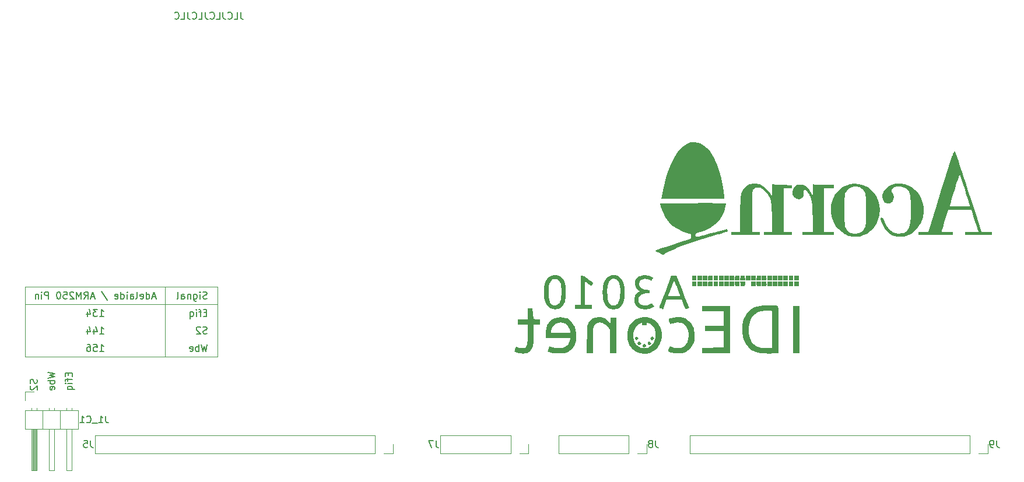
<source format=gbr>
G04 #@! TF.GenerationSoftware,KiCad,Pcbnew,(6.0.7)*
G04 #@! TF.CreationDate,2022-11-13T23:20:38+00:00*
G04 #@! TF.ProjectId,A3010PoduleCarrier,41333031-3050-46f6-9475-6c6543617272,01a*
G04 #@! TF.SameCoordinates,Original*
G04 #@! TF.FileFunction,Legend,Bot*
G04 #@! TF.FilePolarity,Positive*
%FSLAX46Y46*%
G04 Gerber Fmt 4.6, Leading zero omitted, Abs format (unit mm)*
G04 Created by KiCad (PCBNEW (6.0.7)) date 2022-11-13 23:20:38*
%MOMM*%
%LPD*%
G01*
G04 APERTURE LIST*
%ADD10C,0.120000*%
%ADD11C,0.150000*%
G04 APERTURE END LIST*
D10*
X74536000Y-104005000D02*
X102476000Y-104005000D01*
X102476000Y-104005000D02*
X102476000Y-93845000D01*
X102476000Y-93845000D02*
X74536000Y-93845000D01*
X74536000Y-93845000D02*
X74536000Y-104005000D01*
X94856000Y-104005000D02*
X94856000Y-93845000D01*
X74536000Y-96385000D02*
X102476000Y-96385000D01*
D11*
X105825047Y-53927380D02*
X105825047Y-54641666D01*
X105872666Y-54784523D01*
X105967904Y-54879761D01*
X106110761Y-54927380D01*
X106206000Y-54927380D01*
X104872666Y-54927380D02*
X105348857Y-54927380D01*
X105348857Y-53927380D01*
X103967904Y-54832142D02*
X104015523Y-54879761D01*
X104158380Y-54927380D01*
X104253619Y-54927380D01*
X104396476Y-54879761D01*
X104491714Y-54784523D01*
X104539333Y-54689285D01*
X104586952Y-54498809D01*
X104586952Y-54355952D01*
X104539333Y-54165476D01*
X104491714Y-54070238D01*
X104396476Y-53975000D01*
X104253619Y-53927380D01*
X104158380Y-53927380D01*
X104015523Y-53975000D01*
X103967904Y-54022619D01*
X103253619Y-53927380D02*
X103253619Y-54641666D01*
X103301238Y-54784523D01*
X103396476Y-54879761D01*
X103539333Y-54927380D01*
X103634571Y-54927380D01*
X102301238Y-54927380D02*
X102777428Y-54927380D01*
X102777428Y-53927380D01*
X101396476Y-54832142D02*
X101444095Y-54879761D01*
X101586952Y-54927380D01*
X101682190Y-54927380D01*
X101825047Y-54879761D01*
X101920285Y-54784523D01*
X101967904Y-54689285D01*
X102015523Y-54498809D01*
X102015523Y-54355952D01*
X101967904Y-54165476D01*
X101920285Y-54070238D01*
X101825047Y-53975000D01*
X101682190Y-53927380D01*
X101586952Y-53927380D01*
X101444095Y-53975000D01*
X101396476Y-54022619D01*
X100682190Y-53927380D02*
X100682190Y-54641666D01*
X100729809Y-54784523D01*
X100825047Y-54879761D01*
X100967904Y-54927380D01*
X101063142Y-54927380D01*
X99729809Y-54927380D02*
X100206000Y-54927380D01*
X100206000Y-53927380D01*
X98825047Y-54832142D02*
X98872666Y-54879761D01*
X99015523Y-54927380D01*
X99110761Y-54927380D01*
X99253619Y-54879761D01*
X99348857Y-54784523D01*
X99396476Y-54689285D01*
X99444095Y-54498809D01*
X99444095Y-54355952D01*
X99396476Y-54165476D01*
X99348857Y-54070238D01*
X99253619Y-53975000D01*
X99110761Y-53927380D01*
X99015523Y-53927380D01*
X98872666Y-53975000D01*
X98825047Y-54022619D01*
X98110761Y-53927380D02*
X98110761Y-54641666D01*
X98158380Y-54784523D01*
X98253619Y-54879761D01*
X98396476Y-54927380D01*
X98491714Y-54927380D01*
X97158380Y-54927380D02*
X97634571Y-54927380D01*
X97634571Y-53927380D01*
X96253619Y-54832142D02*
X96301238Y-54879761D01*
X96444095Y-54927380D01*
X96539333Y-54927380D01*
X96682190Y-54879761D01*
X96777428Y-54784523D01*
X96825047Y-54689285D01*
X96872666Y-54498809D01*
X96872666Y-54355952D01*
X96825047Y-54165476D01*
X96777428Y-54070238D01*
X96682190Y-53975000D01*
X96539333Y-53927380D01*
X96444095Y-53927380D01*
X96301238Y-53975000D01*
X96253619Y-54022619D01*
X85362666Y-103187380D02*
X85934095Y-103187380D01*
X85648380Y-103187380D02*
X85648380Y-102187380D01*
X85743619Y-102330238D01*
X85838857Y-102425476D01*
X85934095Y-102473095D01*
X84457904Y-102187380D02*
X84934095Y-102187380D01*
X84981714Y-102663571D01*
X84934095Y-102615952D01*
X84838857Y-102568333D01*
X84600761Y-102568333D01*
X84505523Y-102615952D01*
X84457904Y-102663571D01*
X84410285Y-102758809D01*
X84410285Y-102996904D01*
X84457904Y-103092142D01*
X84505523Y-103139761D01*
X84600761Y-103187380D01*
X84838857Y-103187380D01*
X84934095Y-103139761D01*
X84981714Y-103092142D01*
X83553142Y-102187380D02*
X83743619Y-102187380D01*
X83838857Y-102235000D01*
X83886476Y-102282619D01*
X83981714Y-102425476D01*
X84029333Y-102615952D01*
X84029333Y-102996904D01*
X83981714Y-103092142D01*
X83934095Y-103139761D01*
X83838857Y-103187380D01*
X83648380Y-103187380D01*
X83553142Y-103139761D01*
X83505523Y-103092142D01*
X83457904Y-102996904D01*
X83457904Y-102758809D01*
X83505523Y-102663571D01*
X83553142Y-102615952D01*
X83648380Y-102568333D01*
X83838857Y-102568333D01*
X83934095Y-102615952D01*
X83981714Y-102663571D01*
X84029333Y-102758809D01*
X93434095Y-95281666D02*
X92957904Y-95281666D01*
X93529333Y-95567380D02*
X93196000Y-94567380D01*
X92862666Y-95567380D01*
X92100761Y-95567380D02*
X92100761Y-94567380D01*
X92100761Y-95519761D02*
X92196000Y-95567380D01*
X92386476Y-95567380D01*
X92481714Y-95519761D01*
X92529333Y-95472142D01*
X92576952Y-95376904D01*
X92576952Y-95091190D01*
X92529333Y-94995952D01*
X92481714Y-94948333D01*
X92386476Y-94900714D01*
X92196000Y-94900714D01*
X92100761Y-94948333D01*
X91243619Y-95519761D02*
X91338857Y-95567380D01*
X91529333Y-95567380D01*
X91624571Y-95519761D01*
X91672190Y-95424523D01*
X91672190Y-95043571D01*
X91624571Y-94948333D01*
X91529333Y-94900714D01*
X91338857Y-94900714D01*
X91243619Y-94948333D01*
X91196000Y-95043571D01*
X91196000Y-95138809D01*
X91672190Y-95234047D01*
X90624571Y-95567380D02*
X90719809Y-95519761D01*
X90767428Y-95424523D01*
X90767428Y-94567380D01*
X89815047Y-95567380D02*
X89815047Y-95043571D01*
X89862666Y-94948333D01*
X89957904Y-94900714D01*
X90148380Y-94900714D01*
X90243619Y-94948333D01*
X89815047Y-95519761D02*
X89910285Y-95567380D01*
X90148380Y-95567380D01*
X90243619Y-95519761D01*
X90291238Y-95424523D01*
X90291238Y-95329285D01*
X90243619Y-95234047D01*
X90148380Y-95186428D01*
X89910285Y-95186428D01*
X89815047Y-95138809D01*
X89338857Y-95567380D02*
X89338857Y-94900714D01*
X89338857Y-94567380D02*
X89386476Y-94615000D01*
X89338857Y-94662619D01*
X89291238Y-94615000D01*
X89338857Y-94567380D01*
X89338857Y-94662619D01*
X88434095Y-95567380D02*
X88434095Y-94567380D01*
X88434095Y-95519761D02*
X88529333Y-95567380D01*
X88719809Y-95567380D01*
X88815047Y-95519761D01*
X88862666Y-95472142D01*
X88910285Y-95376904D01*
X88910285Y-95091190D01*
X88862666Y-94995952D01*
X88815047Y-94948333D01*
X88719809Y-94900714D01*
X88529333Y-94900714D01*
X88434095Y-94948333D01*
X87576952Y-95519761D02*
X87672190Y-95567380D01*
X87862666Y-95567380D01*
X87957904Y-95519761D01*
X88005523Y-95424523D01*
X88005523Y-95043571D01*
X87957904Y-94948333D01*
X87862666Y-94900714D01*
X87672190Y-94900714D01*
X87576952Y-94948333D01*
X87529333Y-95043571D01*
X87529333Y-95138809D01*
X88005523Y-95234047D01*
X85624571Y-94519761D02*
X86481714Y-95805476D01*
X84576952Y-95281666D02*
X84100761Y-95281666D01*
X84672190Y-95567380D02*
X84338857Y-94567380D01*
X84005523Y-95567380D01*
X83100761Y-95567380D02*
X83434095Y-95091190D01*
X83672190Y-95567380D02*
X83672190Y-94567380D01*
X83291238Y-94567380D01*
X83196000Y-94615000D01*
X83148380Y-94662619D01*
X83100761Y-94757857D01*
X83100761Y-94900714D01*
X83148380Y-94995952D01*
X83196000Y-95043571D01*
X83291238Y-95091190D01*
X83672190Y-95091190D01*
X82672190Y-95567380D02*
X82672190Y-94567380D01*
X82338857Y-95281666D01*
X82005523Y-94567380D01*
X82005523Y-95567380D01*
X81576952Y-94662619D02*
X81529333Y-94615000D01*
X81434095Y-94567380D01*
X81196000Y-94567380D01*
X81100761Y-94615000D01*
X81053142Y-94662619D01*
X81005523Y-94757857D01*
X81005523Y-94853095D01*
X81053142Y-94995952D01*
X81624571Y-95567380D01*
X81005523Y-95567380D01*
X80100761Y-94567380D02*
X80576952Y-94567380D01*
X80624571Y-95043571D01*
X80576952Y-94995952D01*
X80481714Y-94948333D01*
X80243619Y-94948333D01*
X80148380Y-94995952D01*
X80100761Y-95043571D01*
X80053142Y-95138809D01*
X80053142Y-95376904D01*
X80100761Y-95472142D01*
X80148380Y-95519761D01*
X80243619Y-95567380D01*
X80481714Y-95567380D01*
X80576952Y-95519761D01*
X80624571Y-95472142D01*
X79434095Y-94567380D02*
X79338857Y-94567380D01*
X79243619Y-94615000D01*
X79196000Y-94662619D01*
X79148380Y-94757857D01*
X79100761Y-94948333D01*
X79100761Y-95186428D01*
X79148380Y-95376904D01*
X79196000Y-95472142D01*
X79243619Y-95519761D01*
X79338857Y-95567380D01*
X79434095Y-95567380D01*
X79529333Y-95519761D01*
X79576952Y-95472142D01*
X79624571Y-95376904D01*
X79672190Y-95186428D01*
X79672190Y-94948333D01*
X79624571Y-94757857D01*
X79576952Y-94662619D01*
X79529333Y-94615000D01*
X79434095Y-94567380D01*
X77910285Y-95567380D02*
X77910285Y-94567380D01*
X77529333Y-94567380D01*
X77434095Y-94615000D01*
X77386476Y-94662619D01*
X77338857Y-94757857D01*
X77338857Y-94900714D01*
X77386476Y-94995952D01*
X77434095Y-95043571D01*
X77529333Y-95091190D01*
X77910285Y-95091190D01*
X76910285Y-95567380D02*
X76910285Y-94900714D01*
X76910285Y-94567380D02*
X76957904Y-94615000D01*
X76910285Y-94662619D01*
X76862666Y-94615000D01*
X76910285Y-94567380D01*
X76910285Y-94662619D01*
X76434095Y-94900714D02*
X76434095Y-95567380D01*
X76434095Y-94995952D02*
X76386476Y-94948333D01*
X76291238Y-94900714D01*
X76148380Y-94900714D01*
X76053142Y-94948333D01*
X76005523Y-95043571D01*
X76005523Y-95567380D01*
X80814571Y-106368452D02*
X80814571Y-106701785D01*
X81338380Y-106844642D02*
X81338380Y-106368452D01*
X80338380Y-106368452D01*
X80338380Y-106844642D01*
X80671714Y-107130357D02*
X80671714Y-107511309D01*
X81338380Y-107273214D02*
X80481238Y-107273214D01*
X80386000Y-107320833D01*
X80338380Y-107416071D01*
X80338380Y-107511309D01*
X81338380Y-107844642D02*
X80671714Y-107844642D01*
X80338380Y-107844642D02*
X80386000Y-107797023D01*
X80433619Y-107844642D01*
X80386000Y-107892261D01*
X80338380Y-107844642D01*
X80433619Y-107844642D01*
X80671714Y-108749404D02*
X81671714Y-108749404D01*
X81290761Y-108749404D02*
X81338380Y-108654166D01*
X81338380Y-108463690D01*
X81290761Y-108368452D01*
X81243142Y-108320833D01*
X81147904Y-108273214D01*
X80862190Y-108273214D01*
X80766952Y-108320833D01*
X80719333Y-108368452D01*
X80671714Y-108463690D01*
X80671714Y-108654166D01*
X80719333Y-108749404D01*
X76210761Y-107273214D02*
X76258380Y-107416071D01*
X76258380Y-107654166D01*
X76210761Y-107749404D01*
X76163142Y-107797023D01*
X76067904Y-107844642D01*
X75972666Y-107844642D01*
X75877428Y-107797023D01*
X75829809Y-107749404D01*
X75782190Y-107654166D01*
X75734571Y-107463690D01*
X75686952Y-107368452D01*
X75639333Y-107320833D01*
X75544095Y-107273214D01*
X75448857Y-107273214D01*
X75353619Y-107320833D01*
X75306000Y-107368452D01*
X75258380Y-107463690D01*
X75258380Y-107701785D01*
X75306000Y-107844642D01*
X75353619Y-108225595D02*
X75306000Y-108273214D01*
X75258380Y-108368452D01*
X75258380Y-108606547D01*
X75306000Y-108701785D01*
X75353619Y-108749404D01*
X75448857Y-108797023D01*
X75544095Y-108797023D01*
X75686952Y-108749404D01*
X76258380Y-108177976D01*
X76258380Y-108797023D01*
X100870404Y-97583571D02*
X100537071Y-97583571D01*
X100394214Y-98107380D02*
X100870404Y-98107380D01*
X100870404Y-97107380D01*
X100394214Y-97107380D01*
X100108500Y-97440714D02*
X99727547Y-97440714D01*
X99965642Y-98107380D02*
X99965642Y-97250238D01*
X99918023Y-97155000D01*
X99822785Y-97107380D01*
X99727547Y-97107380D01*
X99394214Y-98107380D02*
X99394214Y-97440714D01*
X99394214Y-97107380D02*
X99441833Y-97155000D01*
X99394214Y-97202619D01*
X99346595Y-97155000D01*
X99394214Y-97107380D01*
X99394214Y-97202619D01*
X98489452Y-97440714D02*
X98489452Y-98440714D01*
X98489452Y-98059761D02*
X98584690Y-98107380D01*
X98775166Y-98107380D01*
X98870404Y-98059761D01*
X98918023Y-98012142D01*
X98965642Y-97916904D01*
X98965642Y-97631190D01*
X98918023Y-97535952D01*
X98870404Y-97488333D01*
X98775166Y-97440714D01*
X98584690Y-97440714D01*
X98489452Y-97488333D01*
X77798380Y-106225595D02*
X78798380Y-106463690D01*
X78084095Y-106654166D01*
X78798380Y-106844642D01*
X77798380Y-107082738D01*
X78798380Y-107463690D02*
X77798380Y-107463690D01*
X78179333Y-107463690D02*
X78131714Y-107558928D01*
X78131714Y-107749404D01*
X78179333Y-107844642D01*
X78226952Y-107892261D01*
X78322190Y-107939880D01*
X78607904Y-107939880D01*
X78703142Y-107892261D01*
X78750761Y-107844642D01*
X78798380Y-107749404D01*
X78798380Y-107558928D01*
X78750761Y-107463690D01*
X78750761Y-108749404D02*
X78798380Y-108654166D01*
X78798380Y-108463690D01*
X78750761Y-108368452D01*
X78655523Y-108320833D01*
X78274571Y-108320833D01*
X78179333Y-108368452D01*
X78131714Y-108463690D01*
X78131714Y-108654166D01*
X78179333Y-108749404D01*
X78274571Y-108797023D01*
X78369809Y-108797023D01*
X78465047Y-108320833D01*
X85362666Y-98107380D02*
X85934095Y-98107380D01*
X85648380Y-98107380D02*
X85648380Y-97107380D01*
X85743619Y-97250238D01*
X85838857Y-97345476D01*
X85934095Y-97393095D01*
X85029333Y-97107380D02*
X84410285Y-97107380D01*
X84743619Y-97488333D01*
X84600761Y-97488333D01*
X84505523Y-97535952D01*
X84457904Y-97583571D01*
X84410285Y-97678809D01*
X84410285Y-97916904D01*
X84457904Y-98012142D01*
X84505523Y-98059761D01*
X84600761Y-98107380D01*
X84886476Y-98107380D01*
X84981714Y-98059761D01*
X85029333Y-98012142D01*
X83553142Y-97440714D02*
X83553142Y-98107380D01*
X83791238Y-97059761D02*
X84029333Y-97774047D01*
X83410285Y-97774047D01*
X100918023Y-100599761D02*
X100775166Y-100647380D01*
X100537071Y-100647380D01*
X100441833Y-100599761D01*
X100394214Y-100552142D01*
X100346595Y-100456904D01*
X100346595Y-100361666D01*
X100394214Y-100266428D01*
X100441833Y-100218809D01*
X100537071Y-100171190D01*
X100727547Y-100123571D01*
X100822785Y-100075952D01*
X100870404Y-100028333D01*
X100918023Y-99933095D01*
X100918023Y-99837857D01*
X100870404Y-99742619D01*
X100822785Y-99695000D01*
X100727547Y-99647380D01*
X100489452Y-99647380D01*
X100346595Y-99695000D01*
X99965642Y-99742619D02*
X99918023Y-99695000D01*
X99822785Y-99647380D01*
X99584690Y-99647380D01*
X99489452Y-99695000D01*
X99441833Y-99742619D01*
X99394214Y-99837857D01*
X99394214Y-99933095D01*
X99441833Y-100075952D01*
X100013261Y-100647380D01*
X99394214Y-100647380D01*
X85362666Y-100647380D02*
X85934095Y-100647380D01*
X85648380Y-100647380D02*
X85648380Y-99647380D01*
X85743619Y-99790238D01*
X85838857Y-99885476D01*
X85934095Y-99933095D01*
X84505523Y-99980714D02*
X84505523Y-100647380D01*
X84743619Y-99599761D02*
X84981714Y-100314047D01*
X84362666Y-100314047D01*
X83553142Y-99980714D02*
X83553142Y-100647380D01*
X83791238Y-99599761D02*
X84029333Y-100314047D01*
X83410285Y-100314047D01*
X100918023Y-95519761D02*
X100775166Y-95567380D01*
X100537071Y-95567380D01*
X100441833Y-95519761D01*
X100394214Y-95472142D01*
X100346595Y-95376904D01*
X100346595Y-95281666D01*
X100394214Y-95186428D01*
X100441833Y-95138809D01*
X100537071Y-95091190D01*
X100727547Y-95043571D01*
X100822785Y-94995952D01*
X100870404Y-94948333D01*
X100918023Y-94853095D01*
X100918023Y-94757857D01*
X100870404Y-94662619D01*
X100822785Y-94615000D01*
X100727547Y-94567380D01*
X100489452Y-94567380D01*
X100346595Y-94615000D01*
X99918023Y-95567380D02*
X99918023Y-94900714D01*
X99918023Y-94567380D02*
X99965642Y-94615000D01*
X99918023Y-94662619D01*
X99870404Y-94615000D01*
X99918023Y-94567380D01*
X99918023Y-94662619D01*
X99013261Y-94900714D02*
X99013261Y-95710238D01*
X99060880Y-95805476D01*
X99108500Y-95853095D01*
X99203738Y-95900714D01*
X99346595Y-95900714D01*
X99441833Y-95853095D01*
X99013261Y-95519761D02*
X99108500Y-95567380D01*
X99298976Y-95567380D01*
X99394214Y-95519761D01*
X99441833Y-95472142D01*
X99489452Y-95376904D01*
X99489452Y-95091190D01*
X99441833Y-94995952D01*
X99394214Y-94948333D01*
X99298976Y-94900714D01*
X99108500Y-94900714D01*
X99013261Y-94948333D01*
X98537071Y-94900714D02*
X98537071Y-95567380D01*
X98537071Y-94995952D02*
X98489452Y-94948333D01*
X98394214Y-94900714D01*
X98251357Y-94900714D01*
X98156119Y-94948333D01*
X98108500Y-95043571D01*
X98108500Y-95567380D01*
X97203738Y-95567380D02*
X97203738Y-95043571D01*
X97251357Y-94948333D01*
X97346595Y-94900714D01*
X97537071Y-94900714D01*
X97632309Y-94948333D01*
X97203738Y-95519761D02*
X97298976Y-95567380D01*
X97537071Y-95567380D01*
X97632309Y-95519761D01*
X97679928Y-95424523D01*
X97679928Y-95329285D01*
X97632309Y-95234047D01*
X97537071Y-95186428D01*
X97298976Y-95186428D01*
X97203738Y-95138809D01*
X96584690Y-95567380D02*
X96679928Y-95519761D01*
X96727547Y-95424523D01*
X96727547Y-94567380D01*
X100965642Y-102187380D02*
X100727547Y-103187380D01*
X100537071Y-102473095D01*
X100346595Y-103187380D01*
X100108500Y-102187380D01*
X99727547Y-103187380D02*
X99727547Y-102187380D01*
X99727547Y-102568333D02*
X99632309Y-102520714D01*
X99441833Y-102520714D01*
X99346595Y-102568333D01*
X99298976Y-102615952D01*
X99251357Y-102711190D01*
X99251357Y-102996904D01*
X99298976Y-103092142D01*
X99346595Y-103139761D01*
X99441833Y-103187380D01*
X99632309Y-103187380D01*
X99727547Y-103139761D01*
X98441833Y-103139761D02*
X98537071Y-103187380D01*
X98727547Y-103187380D01*
X98822785Y-103139761D01*
X98870404Y-103044523D01*
X98870404Y-102663571D01*
X98822785Y-102568333D01*
X98727547Y-102520714D01*
X98537071Y-102520714D01*
X98441833Y-102568333D01*
X98394214Y-102663571D01*
X98394214Y-102758809D01*
X98870404Y-102854047D01*
X84014690Y-116157380D02*
X84014690Y-116871666D01*
X84062309Y-117014523D01*
X84157547Y-117109761D01*
X84300404Y-117157380D01*
X84395642Y-117157380D01*
X83062309Y-116157380D02*
X83538500Y-116157380D01*
X83586119Y-116633571D01*
X83538500Y-116585952D01*
X83443261Y-116538333D01*
X83205166Y-116538333D01*
X83109928Y-116585952D01*
X83062309Y-116633571D01*
X83014690Y-116728809D01*
X83014690Y-116966904D01*
X83062309Y-117062142D01*
X83109928Y-117109761D01*
X83205166Y-117157380D01*
X83443261Y-117157380D01*
X83538500Y-117109761D01*
X83586119Y-117062142D01*
X86218261Y-112577380D02*
X86218261Y-113291666D01*
X86265880Y-113434523D01*
X86361119Y-113529761D01*
X86503976Y-113577380D01*
X86599214Y-113577380D01*
X85218261Y-113577380D02*
X85789690Y-113577380D01*
X85503976Y-113577380D02*
X85503976Y-112577380D01*
X85599214Y-112720238D01*
X85694452Y-112815476D01*
X85789690Y-112863095D01*
X85027785Y-113672619D02*
X84265880Y-113672619D01*
X83456357Y-113482142D02*
X83503976Y-113529761D01*
X83646833Y-113577380D01*
X83742071Y-113577380D01*
X83884928Y-113529761D01*
X83980166Y-113434523D01*
X84027785Y-113339285D01*
X84075404Y-113148809D01*
X84075404Y-113005952D01*
X84027785Y-112815476D01*
X83980166Y-112720238D01*
X83884928Y-112625000D01*
X83742071Y-112577380D01*
X83646833Y-112577380D01*
X83503976Y-112625000D01*
X83456357Y-112672619D01*
X82503976Y-113577380D02*
X83075404Y-113577380D01*
X82789690Y-113577380D02*
X82789690Y-112577380D01*
X82884928Y-112720238D01*
X82980166Y-112815476D01*
X83075404Y-112863095D01*
X215583976Y-116157380D02*
X215583976Y-116871666D01*
X215631595Y-117014523D01*
X215726833Y-117109761D01*
X215869690Y-117157380D01*
X215964928Y-117157380D01*
X215060166Y-117157380D02*
X214869690Y-117157380D01*
X214774452Y-117109761D01*
X214726833Y-117062142D01*
X214631595Y-116919285D01*
X214583976Y-116728809D01*
X214583976Y-116347857D01*
X214631595Y-116252619D01*
X214679214Y-116205000D01*
X214774452Y-116157380D01*
X214964928Y-116157380D01*
X215060166Y-116205000D01*
X215107785Y-116252619D01*
X215155404Y-116347857D01*
X215155404Y-116585952D01*
X215107785Y-116681190D01*
X215060166Y-116728809D01*
X214964928Y-116776428D01*
X214774452Y-116776428D01*
X214679214Y-116728809D01*
X214631595Y-116681190D01*
X214583976Y-116585952D01*
X134179690Y-116157380D02*
X134179690Y-116871666D01*
X134227309Y-117014523D01*
X134322547Y-117109761D01*
X134465404Y-117157380D01*
X134560642Y-117157380D01*
X133798738Y-116157380D02*
X133132071Y-116157380D01*
X133560642Y-117157380D01*
X166053976Y-116157380D02*
X166053976Y-116871666D01*
X166101595Y-117014523D01*
X166196833Y-117109761D01*
X166339690Y-117157380D01*
X166434928Y-117157380D01*
X165434928Y-116585952D02*
X165530166Y-116538333D01*
X165577785Y-116490714D01*
X165625404Y-116395476D01*
X165625404Y-116347857D01*
X165577785Y-116252619D01*
X165530166Y-116205000D01*
X165434928Y-116157380D01*
X165244452Y-116157380D01*
X165149214Y-116205000D01*
X165101595Y-116252619D01*
X165053976Y-116347857D01*
X165053976Y-116395476D01*
X165101595Y-116490714D01*
X165149214Y-116538333D01*
X165244452Y-116585952D01*
X165434928Y-116585952D01*
X165530166Y-116633571D01*
X165577785Y-116681190D01*
X165625404Y-116776428D01*
X165625404Y-116966904D01*
X165577785Y-117062142D01*
X165530166Y-117109761D01*
X165434928Y-117157380D01*
X165244452Y-117157380D01*
X165149214Y-117109761D01*
X165101595Y-117062142D01*
X165053976Y-116966904D01*
X165053976Y-116776428D01*
X165101595Y-116681190D01*
X165149214Y-116633571D01*
X165244452Y-116585952D01*
D10*
X125336000Y-118035000D02*
X125336000Y-115375000D01*
X84636000Y-118035000D02*
X84636000Y-115375000D01*
X126606000Y-118035000D02*
X127936000Y-118035000D01*
X127936000Y-118035000D02*
X127936000Y-116705000D01*
X125336000Y-115375000D02*
X84636000Y-115375000D01*
X125336000Y-118035000D02*
X84636000Y-118035000D01*
G36*
X213403221Y-85875659D02*
G01*
X214850986Y-85875659D01*
X214850986Y-86312335D01*
X210993679Y-86312335D01*
X210993679Y-85875659D01*
X211981105Y-85875659D01*
X212326670Y-85874706D01*
X212615644Y-85869504D01*
X212798797Y-85857148D01*
X212897586Y-85834752D01*
X212933468Y-85799430D01*
X212927898Y-85748295D01*
X212920729Y-85726221D01*
X212871943Y-85578503D01*
X212786994Y-85322715D01*
X212673271Y-84981058D01*
X212538161Y-84575737D01*
X212389054Y-84128954D01*
X211890843Y-82636977D01*
X208575493Y-82636977D01*
X208074271Y-84232839D01*
X207992429Y-84493734D01*
X207857765Y-84924498D01*
X207742378Y-85295489D01*
X207652385Y-85586942D01*
X207593903Y-85779094D01*
X207573049Y-85852180D01*
X207633405Y-85860911D01*
X207812042Y-85868567D01*
X208080488Y-85873752D01*
X208410012Y-85875659D01*
X209246975Y-85875659D01*
X209246975Y-86312335D01*
X204225198Y-86312335D01*
X204225198Y-85875659D01*
X204934797Y-85875196D01*
X205644396Y-85874732D01*
X206837638Y-82050615D01*
X208761274Y-82050615D01*
X208765992Y-82089964D01*
X208809384Y-82119011D01*
X208909264Y-82139304D01*
X209083444Y-82152392D01*
X209349740Y-82159824D01*
X209725963Y-82163147D01*
X210229928Y-82163911D01*
X210422535Y-82163748D01*
X210891277Y-82161088D01*
X211236457Y-82154310D01*
X211474428Y-82142307D01*
X211621543Y-82123975D01*
X211694154Y-82098206D01*
X211708615Y-82063896D01*
X211692987Y-82003379D01*
X211631388Y-81792142D01*
X211537158Y-81487340D01*
X211416731Y-81108318D01*
X211276543Y-80674419D01*
X211123029Y-80204987D01*
X210962626Y-79719366D01*
X210801768Y-79236899D01*
X210646891Y-78776929D01*
X210504430Y-78358801D01*
X210380820Y-78001858D01*
X210282498Y-77725443D01*
X210215898Y-77548901D01*
X210187456Y-77491575D01*
X210179981Y-77509016D01*
X210135039Y-77639806D01*
X210056224Y-77881229D01*
X209949716Y-78213540D01*
X209821695Y-78616995D01*
X209678343Y-79071851D01*
X209525839Y-79558363D01*
X209370364Y-80056788D01*
X209218099Y-80547380D01*
X209075223Y-81010396D01*
X208947919Y-81426092D01*
X208842365Y-81774724D01*
X208764744Y-82036547D01*
X208761274Y-82050615D01*
X206837638Y-82050615D01*
X207466680Y-80034651D01*
X207649496Y-79449065D01*
X207955479Y-78470875D01*
X208223011Y-77618865D01*
X208454912Y-76884640D01*
X208654000Y-76259803D01*
X208823093Y-75735958D01*
X208965009Y-75304709D01*
X209082569Y-74957660D01*
X209178589Y-74686414D01*
X209255888Y-74482575D01*
X209317285Y-74337747D01*
X209365599Y-74243533D01*
X209403648Y-74191539D01*
X209434250Y-74173366D01*
X209453002Y-74167998D01*
X209470925Y-74160986D01*
X209488519Y-74159567D01*
X209508183Y-74170725D01*
X209532316Y-74201450D01*
X209563317Y-74258726D01*
X209603585Y-74349543D01*
X209655517Y-74480887D01*
X209721515Y-74659745D01*
X209803975Y-74893104D01*
X209905297Y-75187952D01*
X210027880Y-75551275D01*
X210174122Y-75990060D01*
X210346423Y-76511296D01*
X210547182Y-77121968D01*
X210778796Y-77829065D01*
X211043666Y-78639573D01*
X211344189Y-79560479D01*
X211682765Y-80598770D01*
X212061792Y-81761434D01*
X212160401Y-82063896D01*
X212483670Y-83055458D01*
X213403221Y-85875659D01*
G37*
G36*
X198547377Y-83365342D02*
G01*
X198382467Y-84025000D01*
X198115134Y-84645427D01*
X197750131Y-85209974D01*
X197292211Y-85701993D01*
X196746126Y-86104835D01*
X196116629Y-86401851D01*
X195940683Y-86455398D01*
X195694013Y-86498720D01*
X195386784Y-86516652D01*
X194977004Y-86513303D01*
X194921136Y-86511781D01*
X194580514Y-86498169D01*
X194331459Y-86472847D01*
X194126428Y-86425288D01*
X193917879Y-86344969D01*
X193658270Y-86221364D01*
X193586008Y-86184181D01*
X193103788Y-85867341D01*
X192640020Y-85454794D01*
X192235735Y-84987317D01*
X191931966Y-84505691D01*
X191768136Y-84107454D01*
X191622270Y-83590569D01*
X191524503Y-83048288D01*
X191495876Y-82642669D01*
X193484331Y-82642669D01*
X193486496Y-83185032D01*
X193494431Y-83704010D01*
X193508157Y-84175191D01*
X193527693Y-84574165D01*
X193553060Y-84876520D01*
X193584278Y-85057847D01*
X193647890Y-85222345D01*
X193845041Y-85544120D01*
X194102059Y-85817890D01*
X194378314Y-85995669D01*
X194531468Y-86042078D01*
X194843517Y-86083118D01*
X195188689Y-86084697D01*
X195508985Y-86047763D01*
X195746401Y-85973267D01*
X195959418Y-85841995D01*
X196279249Y-85526658D01*
X196490445Y-85117918D01*
X196522195Y-85016885D01*
X196553985Y-84876522D01*
X196578172Y-84702404D01*
X196595740Y-84475900D01*
X196607673Y-84178376D01*
X196614953Y-83791201D01*
X196618566Y-83295742D01*
X196619493Y-82673367D01*
X196619263Y-82395937D01*
X196615979Y-81764040D01*
X196606716Y-81254310D01*
X196588830Y-80849842D01*
X196559677Y-80533727D01*
X196516611Y-80289059D01*
X196456988Y-80098928D01*
X196378163Y-79946429D01*
X196277492Y-79814653D01*
X196152331Y-79686694D01*
X196017888Y-79572441D01*
X195636549Y-79361168D01*
X195223832Y-79263546D01*
X194805412Y-79273693D01*
X194406965Y-79385724D01*
X194054165Y-79593755D01*
X193772688Y-79891904D01*
X193588209Y-80274286D01*
X193559362Y-80434456D01*
X193532975Y-80727582D01*
X193512259Y-81119377D01*
X193497233Y-81585430D01*
X193487917Y-82101331D01*
X193484331Y-82642669D01*
X191495876Y-82642669D01*
X191488808Y-82542518D01*
X191491554Y-82430838D01*
X191547944Y-81956923D01*
X191665074Y-81450110D01*
X191827005Y-80969694D01*
X192017793Y-80574968D01*
X192150051Y-80378715D01*
X192455207Y-80015938D01*
X192815950Y-79666156D01*
X193190926Y-79367854D01*
X193538782Y-79159516D01*
X193602871Y-79130174D01*
X194266076Y-78909563D01*
X194940175Y-78826198D01*
X195607542Y-78875405D01*
X196250553Y-79052511D01*
X196851580Y-79352843D01*
X197392999Y-79771727D01*
X197857184Y-80304490D01*
X198087744Y-80667375D01*
X198380049Y-81317470D01*
X198550921Y-81994928D01*
X198604346Y-82673367D01*
X198605113Y-82683102D01*
X198547377Y-83365342D01*
G37*
G36*
X202277108Y-78937383D02*
G01*
X202900165Y-79157252D01*
X203012016Y-79215198D01*
X203379204Y-79460894D01*
X203757632Y-79782619D01*
X204104091Y-80141131D01*
X204375375Y-80497182D01*
X204578353Y-80858066D01*
X204836835Y-81526605D01*
X204984663Y-82238898D01*
X205015478Y-82958357D01*
X204922924Y-83648390D01*
X204824990Y-83988622D01*
X204546194Y-84620864D01*
X204165666Y-85199422D01*
X203702354Y-85701911D01*
X203175206Y-86105943D01*
X202603169Y-86389134D01*
X202468389Y-86430339D01*
X202081156Y-86495665D01*
X201634911Y-86517893D01*
X201179512Y-86498208D01*
X200764813Y-86437791D01*
X200440671Y-86337826D01*
X200165135Y-86186299D01*
X199728542Y-85835409D01*
X199345325Y-85390605D01*
X199041195Y-84883896D01*
X198841862Y-84347292D01*
X198818701Y-84257350D01*
X198761346Y-84039196D01*
X198721119Y-83892421D01*
X198715553Y-83870296D01*
X198737894Y-83787507D01*
X198873294Y-83765057D01*
X199000738Y-83789058D01*
X199106583Y-83892421D01*
X199222325Y-84187803D01*
X199404487Y-84574027D01*
X199608948Y-84946663D01*
X199812673Y-85264298D01*
X199992630Y-85485518D01*
X200234028Y-85702450D01*
X200562323Y-85908859D01*
X200930191Y-86026952D01*
X201386803Y-86077614D01*
X201767904Y-86070879D01*
X202111867Y-86002188D01*
X202398235Y-85861452D01*
X202630880Y-85639789D01*
X202813676Y-85328317D01*
X202950496Y-84918152D01*
X203045211Y-84400412D01*
X203101697Y-83766215D01*
X203123824Y-83006678D01*
X203115467Y-82112918D01*
X203114819Y-82085252D01*
X203094276Y-81460286D01*
X203062905Y-80960914D01*
X203016689Y-80568078D01*
X202951614Y-80262723D01*
X202863666Y-80025792D01*
X202748828Y-79838228D01*
X202603086Y-79680975D01*
X202550305Y-79635376D01*
X202171507Y-79411759D01*
X201719320Y-79287213D01*
X201231580Y-79272992D01*
X201103986Y-79287341D01*
X200717566Y-79378543D01*
X200457811Y-79527424D01*
X200328029Y-79729616D01*
X200331526Y-79980753D01*
X200471611Y-80276466D01*
X200573652Y-80466421D01*
X200651182Y-80791645D01*
X200620227Y-81098497D01*
X200497393Y-81365825D01*
X200299285Y-81572476D01*
X200042509Y-81697296D01*
X199743671Y-81719133D01*
X199419377Y-81616834D01*
X199199689Y-81437536D01*
X199040422Y-81154211D01*
X198969432Y-80810799D01*
X198993247Y-80440699D01*
X199118398Y-80077311D01*
X199150497Y-80018867D01*
X199378735Y-79713857D01*
X199686546Y-79414861D01*
X200026238Y-79163534D01*
X200350119Y-79001529D01*
X200953957Y-78861253D01*
X201616120Y-78837969D01*
X202277108Y-78937383D01*
G37*
G36*
X189250843Y-78987238D02*
G01*
X189326351Y-78994558D01*
X189587177Y-79009857D01*
X189940755Y-79022237D01*
X190350345Y-79030579D01*
X190779210Y-79033766D01*
X191925485Y-79034398D01*
X191925485Y-79543854D01*
X190542677Y-79543854D01*
X190542677Y-85875659D01*
X191925485Y-85875659D01*
X191925485Y-86312335D01*
X187413164Y-86312335D01*
X187413164Y-85875659D01*
X188868751Y-85875659D01*
X188868751Y-84065708D01*
X188867804Y-83722551D01*
X188857213Y-83005740D01*
X188832951Y-82407032D01*
X188792624Y-81907383D01*
X188733837Y-81487750D01*
X188654195Y-81129090D01*
X188551306Y-80812359D01*
X188422774Y-80518513D01*
X188371357Y-80418120D01*
X188180353Y-80104681D01*
X187988359Y-79870206D01*
X187813085Y-79733674D01*
X187672236Y-79714064D01*
X187663530Y-79717804D01*
X187600999Y-79789588D01*
X187568215Y-79948132D01*
X187558722Y-80222346D01*
X187556984Y-80365801D01*
X187536613Y-80591107D01*
X187482272Y-80745556D01*
X187380249Y-80879645D01*
X187366073Y-80894348D01*
X187127788Y-81038858D01*
X186831954Y-81085611D01*
X186525574Y-81034386D01*
X186255652Y-80884959D01*
X186101934Y-80718893D01*
X185954057Y-80406444D01*
X185915439Y-80057763D01*
X185982951Y-79705622D01*
X186153467Y-79382792D01*
X186423860Y-79122045D01*
X186650653Y-79018712D01*
X186990098Y-78962868D01*
X187350249Y-78982047D01*
X187673377Y-79078269D01*
X187822966Y-79165483D01*
X188125993Y-79431783D01*
X188412883Y-79795177D01*
X188657049Y-80224681D01*
X188868636Y-80671934D01*
X188868694Y-79806639D01*
X188868751Y-78941344D01*
X189250843Y-78987238D01*
G37*
G36*
X174044142Y-81667999D02*
G01*
X174666841Y-81669316D01*
X175204790Y-81671698D01*
X175645829Y-81675097D01*
X175977795Y-81679465D01*
X176188529Y-81684756D01*
X176265867Y-81690922D01*
X176274307Y-81748883D01*
X176261069Y-81915888D01*
X176224717Y-82146320D01*
X176026214Y-82870553D01*
X175690775Y-83580683D01*
X175232343Y-84220194D01*
X174655328Y-84784819D01*
X173964137Y-85270292D01*
X173163178Y-85672346D01*
X172256860Y-85986715D01*
X172041008Y-86051911D01*
X171906239Y-86115766D01*
X171849795Y-86196223D01*
X171838379Y-86319784D01*
X171866129Y-86480529D01*
X171935998Y-86572702D01*
X171942199Y-86574294D01*
X172061884Y-86564788D01*
X172287430Y-86521197D01*
X172588988Y-86449942D01*
X172936714Y-86357442D01*
X173009698Y-86337055D01*
X173522938Y-86195572D01*
X174048348Y-86053640D01*
X174566859Y-85916127D01*
X175059405Y-85787901D01*
X175506916Y-85673833D01*
X175890325Y-85578790D01*
X176190563Y-85507641D01*
X176388562Y-85465254D01*
X176465255Y-85456499D01*
X176486611Y-85509101D01*
X176512884Y-85650756D01*
X176514300Y-85665056D01*
X176508320Y-85722011D01*
X176469086Y-85773781D01*
X176378763Y-85827709D01*
X176219513Y-85891136D01*
X175973500Y-85971407D01*
X175622888Y-86075862D01*
X175149840Y-86211845D01*
X175123888Y-86219256D01*
X173977589Y-86553516D01*
X172872250Y-86889086D01*
X171833201Y-87217953D01*
X170885769Y-87532103D01*
X170055284Y-87823524D01*
X169626949Y-87984646D01*
X169165540Y-88168612D01*
X168711071Y-88359010D01*
X168285058Y-88546139D01*
X167909016Y-88720295D01*
X167604463Y-88871775D01*
X167392912Y-88990876D01*
X167295882Y-89067896D01*
X167273738Y-89098361D01*
X167197631Y-89150731D01*
X167102146Y-89122014D01*
X166921136Y-89044787D01*
X166691848Y-88937067D01*
X166450486Y-88816893D01*
X166233259Y-88702305D01*
X166076371Y-88611340D01*
X166016029Y-88562038D01*
X166022745Y-88555835D01*
X166128409Y-88509164D01*
X166347625Y-88426474D01*
X166661305Y-88314143D01*
X167050365Y-88178555D01*
X167495719Y-88026088D01*
X167978281Y-87863124D01*
X168478965Y-87696043D01*
X168978685Y-87531226D01*
X169458355Y-87375054D01*
X169898890Y-87233907D01*
X170281204Y-87114165D01*
X170586211Y-87022211D01*
X170794824Y-86964423D01*
X170999853Y-86908450D01*
X171124023Y-86843747D01*
X171183594Y-86736846D01*
X171218765Y-86548286D01*
X171230556Y-86456491D01*
X171240216Y-86275118D01*
X171224190Y-86183342D01*
X171220868Y-86180657D01*
X171120761Y-86139977D01*
X170922448Y-86078823D01*
X170664996Y-86009348D01*
X170094552Y-85830375D01*
X169320984Y-85467461D01*
X168622351Y-84993133D01*
X168010941Y-84419498D01*
X167499043Y-83758666D01*
X167098946Y-83022743D01*
X166822939Y-82223838D01*
X166687577Y-81690845D01*
X171457962Y-81672123D01*
X171789168Y-81670914D01*
X172593145Y-81668751D01*
X173348857Y-81667795D01*
X174044142Y-81667999D01*
G37*
G36*
X180748349Y-78859238D02*
G01*
X180999985Y-78887198D01*
X181214005Y-78947017D01*
X181445255Y-79049214D01*
X181871851Y-79319022D01*
X182318979Y-79750454D01*
X182714453Y-80303756D01*
X182973622Y-80736150D01*
X182973622Y-79804708D01*
X182974262Y-79521655D01*
X182978896Y-79228827D01*
X182990737Y-79044500D01*
X183012934Y-78946936D01*
X183048634Y-78914394D01*
X183100986Y-78925138D01*
X183197104Y-78942088D01*
X183418468Y-78962187D01*
X183736039Y-78982283D01*
X184124010Y-79000766D01*
X184556573Y-79016024D01*
X185884797Y-79055038D01*
X185884797Y-79543854D01*
X184647548Y-79543854D01*
X184647548Y-85875659D01*
X185884797Y-85875659D01*
X185884797Y-86312335D01*
X181809152Y-86312335D01*
X181809152Y-85875659D01*
X182988539Y-85875659D01*
X182955608Y-83819642D01*
X182954805Y-83769779D01*
X182942689Y-83118768D01*
X182927656Y-82591105D01*
X182906665Y-82166009D01*
X182876673Y-81822701D01*
X182834641Y-81540400D01*
X182777528Y-81298326D01*
X182702292Y-81075698D01*
X182605893Y-80851737D01*
X182485291Y-80605661D01*
X182362515Y-80399064D01*
X182123468Y-80092508D01*
X181845725Y-79812219D01*
X181564552Y-79592498D01*
X181315217Y-79467644D01*
X181269695Y-79455517D01*
X180999607Y-79415060D01*
X180724737Y-79410939D01*
X180588676Y-79426768D01*
X180397005Y-79495523D01*
X180251672Y-79640062D01*
X180220068Y-79685187D01*
X180187956Y-79745858D01*
X180161828Y-79826357D01*
X180140928Y-79940654D01*
X180124502Y-80102720D01*
X180111794Y-80326523D01*
X180102050Y-80626034D01*
X180094514Y-81015222D01*
X180088431Y-81508058D01*
X180083046Y-82118510D01*
X180077605Y-82860549D01*
X180056373Y-85875659D01*
X181154138Y-85875659D01*
X181154138Y-86312335D01*
X177005714Y-86312335D01*
X177005714Y-85875659D01*
X178300702Y-85875659D01*
X178333765Y-83273796D01*
X178339146Y-82868421D01*
X178350351Y-82185307D01*
X178364449Y-81623714D01*
X178383659Y-81167787D01*
X178410202Y-80801672D01*
X178446298Y-80509515D01*
X178494167Y-80275462D01*
X178556028Y-80083659D01*
X178634103Y-79918252D01*
X178730611Y-79763387D01*
X178847772Y-79603210D01*
X178941480Y-79493132D01*
X179185370Y-79261870D01*
X179440385Y-79072498D01*
X179530796Y-79017928D01*
X179705598Y-78929265D01*
X179879645Y-78879446D01*
X180101667Y-78857535D01*
X180420394Y-78852600D01*
X180748349Y-78859238D01*
G37*
G36*
X172219630Y-72875876D02*
G01*
X172597640Y-73024082D01*
X173070183Y-73299622D01*
X173517298Y-73650832D01*
X173893572Y-74045970D01*
X174092529Y-74311063D01*
X174540811Y-75050510D01*
X174938855Y-75923127D01*
X175285782Y-76926156D01*
X175580712Y-78056838D01*
X175822768Y-79312415D01*
X176011069Y-80690129D01*
X176045731Y-80999441D01*
X166907765Y-80999441D01*
X167044634Y-80236430D01*
X167048484Y-80215022D01*
X167282865Y-79082305D01*
X167564884Y-78007564D01*
X167889173Y-77003261D01*
X168250366Y-76081858D01*
X168643095Y-75255818D01*
X169061994Y-74537601D01*
X169501695Y-73939671D01*
X169956831Y-73474488D01*
X170077765Y-73375596D01*
X170597571Y-73046613D01*
X171136579Y-72851348D01*
X171681645Y-72793277D01*
X172219630Y-72875876D01*
G37*
X74536000Y-109085000D02*
X74536000Y-110355000D01*
X75806000Y-109085000D02*
X74536000Y-109085000D01*
X80506000Y-111397929D02*
X80506000Y-111795000D01*
X75426000Y-120455000D02*
X76186000Y-120455000D01*
X81266000Y-120455000D02*
X81266000Y-114455000D01*
X75966000Y-114455000D02*
X75966000Y-120455000D01*
X82216000Y-114455000D02*
X74476000Y-114455000D01*
X77966000Y-114455000D02*
X77966000Y-120455000D01*
X75606000Y-114455000D02*
X75606000Y-120455000D01*
X75726000Y-114455000D02*
X75726000Y-120455000D01*
X77966000Y-111397929D02*
X77966000Y-111795000D01*
X81266000Y-111397929D02*
X81266000Y-111795000D01*
X77076000Y-111795000D02*
X77076000Y-114455000D01*
X75486000Y-114455000D02*
X75486000Y-120455000D01*
X76086000Y-114455000D02*
X76086000Y-120455000D01*
X78726000Y-111397929D02*
X78726000Y-111795000D01*
X80506000Y-120455000D02*
X81266000Y-120455000D01*
X82216000Y-111795000D02*
X82216000Y-114455000D01*
X78726000Y-120455000D02*
X78726000Y-114455000D01*
X75846000Y-114455000D02*
X75846000Y-120455000D01*
X76186000Y-120455000D02*
X76186000Y-114455000D01*
X74476000Y-114455000D02*
X74476000Y-111795000D01*
X77966000Y-120455000D02*
X78726000Y-120455000D01*
X80506000Y-114455000D02*
X80506000Y-120455000D01*
X76186000Y-111465000D02*
X76186000Y-111795000D01*
X75426000Y-111465000D02*
X75426000Y-111795000D01*
X74476000Y-111795000D02*
X82216000Y-111795000D01*
X75426000Y-114455000D02*
X75426000Y-120455000D01*
X79616000Y-111795000D02*
X79616000Y-114455000D01*
X212966000Y-118035000D02*
X214296000Y-118035000D01*
X211696000Y-115375000D02*
X170996000Y-115375000D01*
X170996000Y-118035000D02*
X170996000Y-115375000D01*
X211696000Y-118035000D02*
X170996000Y-118035000D01*
X214296000Y-118035000D02*
X214296000Y-116705000D01*
X211696000Y-118035000D02*
X211696000Y-115375000D01*
X134801000Y-118035000D02*
X134801000Y-115375000D01*
X146291000Y-118035000D02*
X147621000Y-118035000D01*
X147621000Y-118035000D02*
X147621000Y-116705000D01*
X145021000Y-115375000D02*
X134801000Y-115375000D01*
X145021000Y-118035000D02*
X145021000Y-115375000D01*
X145021000Y-118035000D02*
X134801000Y-118035000D01*
G36*
X153033256Y-95056127D02*
G01*
X153002260Y-95438255D01*
X152951206Y-95752137D01*
X152875189Y-96017177D01*
X152769303Y-96252782D01*
X152628644Y-96478356D01*
X152506838Y-96640169D01*
X152344862Y-96805981D01*
X152161454Y-96925907D01*
X151922894Y-97026119D01*
X151842804Y-97051938D01*
X151490345Y-97105280D01*
X151137428Y-97068387D01*
X150802947Y-96945083D01*
X150505794Y-96739193D01*
X150316627Y-96524216D01*
X150131588Y-96199307D01*
X149988703Y-95808092D01*
X149890743Y-95363685D01*
X149840476Y-94879198D01*
X149840548Y-94690867D01*
X150511598Y-94690867D01*
X150511740Y-94730562D01*
X150534693Y-95245622D01*
X150596976Y-95672028D01*
X150698897Y-96010829D01*
X150840763Y-96263071D01*
X151022883Y-96429802D01*
X151029134Y-96433613D01*
X151283004Y-96539573D01*
X151529519Y-96552306D01*
X151760197Y-96476348D01*
X151966562Y-96316231D01*
X152140132Y-96076489D01*
X152272429Y-95761658D01*
X152295804Y-95680100D01*
X152363266Y-95340201D01*
X152402235Y-94954937D01*
X152413413Y-94547673D01*
X152397504Y-94141774D01*
X152355211Y-93760605D01*
X152287238Y-93427529D01*
X152194288Y-93165911D01*
X152077617Y-92964130D01*
X151917777Y-92801942D01*
X151717222Y-92714023D01*
X151456188Y-92687563D01*
X151330350Y-92689724D01*
X151196241Y-92706759D01*
X151097656Y-92750988D01*
X150997166Y-92834383D01*
X150947339Y-92884327D01*
X150784377Y-93108447D01*
X150661418Y-93393148D01*
X150576365Y-93746443D01*
X150527124Y-94176345D01*
X150511598Y-94690867D01*
X149840548Y-94690867D01*
X149840672Y-94367745D01*
X149894098Y-93842438D01*
X149944867Y-93569594D01*
X150078940Y-93120490D01*
X150263611Y-92754707D01*
X150499141Y-92471781D01*
X150785795Y-92271250D01*
X150795459Y-92266341D01*
X150931225Y-92206264D01*
X151066239Y-92170645D01*
X151233301Y-92153594D01*
X151465210Y-92149220D01*
X151564881Y-92149662D01*
X151756891Y-92156612D01*
X151894639Y-92176855D01*
X152009145Y-92216570D01*
X152131426Y-92281935D01*
X152285611Y-92384087D01*
X152542701Y-92625104D01*
X152744920Y-92926497D01*
X152894139Y-93293520D01*
X152992230Y-93731430D01*
X153041064Y-94245483D01*
X153041799Y-94547673D01*
X153042512Y-94840934D01*
X153033256Y-95056127D01*
G37*
G36*
X163740278Y-101774235D02*
G01*
X163842358Y-101838978D01*
X163931367Y-101937219D01*
X163969449Y-102031602D01*
X163969265Y-102035481D01*
X163929255Y-102113779D01*
X163840498Y-102202893D01*
X163832333Y-102209250D01*
X163733452Y-102276609D01*
X163669207Y-102304326D01*
X163625737Y-102288927D01*
X163540030Y-102216820D01*
X163463942Y-102119555D01*
X163431106Y-102035154D01*
X163438727Y-101996505D01*
X163503444Y-101893662D01*
X163603240Y-101804209D01*
X163700277Y-101765983D01*
X163740278Y-101774235D01*
G37*
G36*
X171995653Y-92912266D02*
G01*
X171334959Y-92883324D01*
X171334959Y-92247100D01*
X171995653Y-92218158D01*
X171995653Y-92912266D01*
G37*
G36*
X181392185Y-93364570D02*
G01*
X181388110Y-93513943D01*
X181375560Y-93645482D01*
X181357488Y-93709221D01*
X181310663Y-93723203D01*
X181189584Y-93731875D01*
X181027141Y-93729613D01*
X180731491Y-93715308D01*
X180717020Y-93384961D01*
X180702549Y-93054615D01*
X181392185Y-93054615D01*
X181392185Y-93364570D01*
G37*
G36*
X173561741Y-93739778D02*
G01*
X173247218Y-93739778D01*
X173225920Y-93739776D01*
X173062407Y-93735608D01*
X172964803Y-93710479D01*
X172918145Y-93645205D01*
X172907469Y-93520604D01*
X172917812Y-93317493D01*
X172934577Y-93054615D01*
X173561741Y-93054615D01*
X173561741Y-93739778D01*
G37*
G36*
X176889680Y-103429952D02*
G01*
X172774580Y-103429952D01*
X172788874Y-103050665D01*
X172803167Y-102671378D01*
X175959815Y-102645552D01*
X175959815Y-100248834D01*
X173215042Y-100248834D01*
X173243630Y-99490260D01*
X174601722Y-99477251D01*
X175959815Y-99464242D01*
X175959815Y-97361358D01*
X172774580Y-97361358D01*
X172788874Y-96982071D01*
X172803167Y-96602784D01*
X174846424Y-96590012D01*
X176889680Y-96577240D01*
X176889680Y-103429952D01*
G37*
G36*
X169610545Y-98241864D02*
G01*
X170075620Y-98332548D01*
X170496218Y-98496021D01*
X170593745Y-98550700D01*
X170894781Y-98782164D01*
X171171316Y-99087653D01*
X171408735Y-99449132D01*
X171592420Y-99848566D01*
X171666797Y-100112942D01*
X171723007Y-100477215D01*
X171745530Y-100872021D01*
X171732657Y-101263842D01*
X171682679Y-101619162D01*
X171587222Y-101962224D01*
X171390652Y-102396649D01*
X171126634Y-102773560D01*
X170802564Y-103084771D01*
X170425840Y-103322095D01*
X170003858Y-103477344D01*
X169899103Y-103492892D01*
X169712525Y-103504904D01*
X169480421Y-103509957D01*
X169230528Y-103506986D01*
X169171471Y-103505122D01*
X168890794Y-103490580D01*
X168670414Y-103465574D01*
X168478556Y-103425343D01*
X168283446Y-103365130D01*
X168245815Y-103351993D01*
X168077069Y-103290308D01*
X167951447Y-103239926D01*
X167893806Y-103210699D01*
X167890335Y-103193664D01*
X167905051Y-103104024D01*
X167942181Y-102964738D01*
X167992614Y-102803931D01*
X168047238Y-102649725D01*
X168096941Y-102530245D01*
X168132612Y-102473614D01*
X168181776Y-102478351D01*
X168296274Y-102516171D01*
X168446905Y-102579528D01*
X168582375Y-102631291D01*
X168866172Y-102699647D01*
X169176677Y-102736606D01*
X169475577Y-102738506D01*
X169724560Y-102701683D01*
X169933572Y-102626136D01*
X170232616Y-102437783D01*
X170479380Y-102173916D01*
X170669060Y-101841741D01*
X170796854Y-101448464D01*
X170857959Y-101001289D01*
X170856231Y-100621698D01*
X170788461Y-100192635D01*
X170650118Y-99821205D01*
X170443845Y-99512336D01*
X170172290Y-99270954D01*
X169838097Y-99101986D01*
X169600739Y-99040598D01*
X169247378Y-99010190D01*
X168879692Y-99035993D01*
X168534673Y-99117568D01*
X168382533Y-99168329D01*
X168262224Y-99206496D01*
X168207842Y-99221089D01*
X168189734Y-99197531D01*
X168145719Y-99104209D01*
X168090187Y-98964152D01*
X168011535Y-98753697D01*
X167968857Y-98614752D01*
X167971240Y-98527376D01*
X168027306Y-98470386D01*
X168145680Y-98422598D01*
X168334984Y-98362829D01*
X168636848Y-98284407D01*
X169123465Y-98225356D01*
X169610545Y-98241864D01*
G37*
G36*
X154563946Y-101137488D02*
G01*
X154497373Y-101657930D01*
X154430083Y-101928590D01*
X154251664Y-102372872D01*
X154004006Y-102752710D01*
X153690996Y-103063753D01*
X153316523Y-103301650D01*
X152884477Y-103462053D01*
X152861299Y-103467739D01*
X152652507Y-103497818D01*
X152360658Y-103510281D01*
X151979083Y-103505447D01*
X151906586Y-103502949D01*
X151503771Y-103477373D01*
X151167795Y-103431291D01*
X150872928Y-103360134D01*
X150593441Y-103259332D01*
X150418909Y-103186408D01*
X150517196Y-102831726D01*
X150525790Y-102800863D01*
X150573759Y-102634109D01*
X150611149Y-102513035D01*
X150630481Y-102462048D01*
X150639850Y-102460642D01*
X150714552Y-102478679D01*
X150835112Y-102521510D01*
X151144552Y-102621927D01*
X151545759Y-102703396D01*
X151951427Y-102739824D01*
X152332442Y-102728872D01*
X152659686Y-102668198D01*
X152678094Y-102662500D01*
X152941293Y-102533480D01*
X153188035Y-102331540D01*
X153395018Y-102079669D01*
X153538938Y-101800852D01*
X153583235Y-101668821D01*
X153626370Y-101507707D01*
X153643052Y-101397095D01*
X153643052Y-101276580D01*
X150132986Y-101276580D01*
X150102124Y-101019643D01*
X150086242Y-100846749D01*
X150090998Y-100542476D01*
X150888920Y-100542476D01*
X153693857Y-100542476D01*
X153664182Y-100407890D01*
X153650564Y-100347430D01*
X153561007Y-100014160D01*
X153459667Y-99751069D01*
X153337601Y-99534235D01*
X153163655Y-99334198D01*
X152903547Y-99156244D01*
X152603533Y-99045551D01*
X152282442Y-99004208D01*
X151959101Y-99034305D01*
X151652341Y-99137929D01*
X151380989Y-99317170D01*
X151166765Y-99562788D01*
X151007135Y-99886523D01*
X150921228Y-100267586D01*
X150888920Y-100542476D01*
X150090998Y-100542476D01*
X150093950Y-100353597D01*
X150177514Y-99880947D01*
X150332184Y-99443591D01*
X150553211Y-99056321D01*
X150835848Y-98733930D01*
X151025000Y-98583780D01*
X151389069Y-98388296D01*
X151795078Y-98268705D01*
X152227864Y-98227309D01*
X152672270Y-98266409D01*
X153113134Y-98388305D01*
X153220645Y-98433030D01*
X153575394Y-98645576D01*
X153883243Y-98933494D01*
X154139761Y-99286322D01*
X154340520Y-99693598D01*
X154481090Y-100144860D01*
X154543385Y-100542476D01*
X154557042Y-100629644D01*
X154563946Y-101137488D01*
G37*
G36*
X165600008Y-101040131D02*
G01*
X165702089Y-101104874D01*
X165791097Y-101203115D01*
X165829179Y-101297498D01*
X165828995Y-101301377D01*
X165788985Y-101379675D01*
X165700228Y-101468789D01*
X165692063Y-101475146D01*
X165593182Y-101542505D01*
X165528937Y-101570222D01*
X165485468Y-101554823D01*
X165399761Y-101482715D01*
X165323672Y-101385451D01*
X165290836Y-101301050D01*
X165298457Y-101262401D01*
X165363174Y-101159558D01*
X165462970Y-101070105D01*
X165560007Y-101031879D01*
X165600008Y-101040131D01*
G37*
G36*
X178260007Y-93364570D02*
G01*
X178255932Y-93513943D01*
X178243382Y-93645482D01*
X178225311Y-93709221D01*
X178178486Y-93723203D01*
X178057407Y-93731875D01*
X177894964Y-93729613D01*
X177599314Y-93715308D01*
X177584843Y-93384961D01*
X177570371Y-93054615D01*
X178260007Y-93054615D01*
X178260007Y-93364570D01*
G37*
G36*
X182933803Y-92247100D02*
G01*
X182948818Y-92510438D01*
X182952539Y-92612667D01*
X182950021Y-92756264D01*
X182938119Y-92840785D01*
X182902744Y-92873982D01*
X182790443Y-92899705D01*
X182592757Y-92907794D01*
X182273109Y-92907794D01*
X182273109Y-92218158D01*
X182933803Y-92247100D01*
G37*
G36*
X177476963Y-93364570D02*
G01*
X177472888Y-93513943D01*
X177460338Y-93645482D01*
X177442266Y-93709221D01*
X177395442Y-93723203D01*
X177274363Y-93731875D01*
X177111920Y-93729613D01*
X176816269Y-93715308D01*
X176801798Y-93384961D01*
X176787327Y-93054615D01*
X177476963Y-93054615D01*
X177476963Y-93364570D01*
G37*
G36*
X181382186Y-92577447D02*
G01*
X181396657Y-92907794D01*
X180702549Y-92907794D01*
X180731491Y-92247100D01*
X181367714Y-92247100D01*
X181382186Y-92577447D01*
G37*
G36*
X181820412Y-93064614D02*
G01*
X182150759Y-93079085D01*
X182165773Y-93342423D01*
X182169494Y-93444652D01*
X182166976Y-93588248D01*
X182155074Y-93672769D01*
X182119699Y-93705966D01*
X182007399Y-93731690D01*
X181809713Y-93739778D01*
X181490065Y-93739778D01*
X181490065Y-93050142D01*
X181820412Y-93064614D01*
G37*
G36*
X177481435Y-92907794D02*
G01*
X176787327Y-92907794D01*
X176816269Y-92247100D01*
X177452493Y-92247100D01*
X177481435Y-92907794D01*
G37*
G36*
X155490784Y-92223673D02*
G01*
X155574242Y-92233877D01*
X155660283Y-92261905D01*
X155763918Y-92316111D01*
X155900163Y-92404850D01*
X156084028Y-92536476D01*
X156330528Y-92719342D01*
X156502180Y-92847603D01*
X156701229Y-92996437D01*
X156861409Y-93116325D01*
X156969532Y-93197395D01*
X157012413Y-93229775D01*
X157005301Y-93256118D01*
X156956276Y-93343487D01*
X156874783Y-93468175D01*
X156817261Y-93546056D01*
X156724132Y-93641264D01*
X156662069Y-93658265D01*
X156637473Y-93641746D01*
X156542517Y-93572540D01*
X156401501Y-93466584D01*
X156234865Y-93339146D01*
X156140941Y-93267598D01*
X155992031Y-93158089D01*
X155882499Y-93082687D01*
X155831108Y-93054615D01*
X155824025Y-93090758D01*
X155816526Y-93214320D01*
X155809887Y-93415009D01*
X155804333Y-93681749D01*
X155800088Y-94003464D01*
X155797377Y-94369081D01*
X155796424Y-94767524D01*
X155796424Y-96480433D01*
X156775229Y-96480433D01*
X156775229Y-97018776D01*
X154377156Y-97018776D01*
X154377156Y-96484392D01*
X154780913Y-96470178D01*
X155184670Y-96455963D01*
X155197425Y-94339297D01*
X155210180Y-92222630D01*
X155437888Y-92222630D01*
X155490784Y-92223673D01*
G37*
G36*
X186049216Y-92485508D02*
G01*
X186054212Y-92586290D01*
X186056163Y-92735615D01*
X186050157Y-92828090D01*
X186043740Y-92847683D01*
X185999053Y-92884381D01*
X185897922Y-92902767D01*
X185719810Y-92907794D01*
X185405287Y-92907794D01*
X185405287Y-92222630D01*
X186032451Y-92222630D01*
X186049216Y-92485508D01*
G37*
G36*
X182603456Y-93064614D02*
G01*
X182933803Y-93079085D01*
X182948818Y-93342423D01*
X182952539Y-93444652D01*
X182950021Y-93588248D01*
X182938119Y-93672769D01*
X182902744Y-93705966D01*
X182790443Y-93731690D01*
X182592757Y-93739778D01*
X182273109Y-93739778D01*
X182273109Y-93050142D01*
X182603456Y-93064614D01*
G37*
G36*
X184485282Y-93311551D02*
G01*
X184490709Y-93405926D01*
X184492440Y-93557489D01*
X184484298Y-93654133D01*
X184474292Y-93680749D01*
X184427635Y-93717321D01*
X184327410Y-93735109D01*
X184151602Y-93739778D01*
X183839198Y-93739778D01*
X183839198Y-93054615D01*
X184465975Y-93054615D01*
X184485282Y-93311551D01*
G37*
G36*
X179830568Y-92907794D02*
G01*
X179136460Y-92907794D01*
X179165402Y-92247100D01*
X179801626Y-92247100D01*
X179830568Y-92907794D01*
G37*
G36*
X185266172Y-92485508D02*
G01*
X185271168Y-92586290D01*
X185273119Y-92735615D01*
X185267113Y-92828090D01*
X185260695Y-92847683D01*
X185216008Y-92884381D01*
X185114878Y-92902767D01*
X184936766Y-92907794D01*
X184622242Y-92907794D01*
X184622242Y-92222630D01*
X185249407Y-92222630D01*
X185266172Y-92485508D01*
G37*
G36*
X171995653Y-93744251D02*
G01*
X171665306Y-93729779D01*
X171334959Y-93715308D01*
X171334959Y-93079085D01*
X171665306Y-93064614D01*
X171995653Y-93050142D01*
X171995653Y-93744251D01*
G37*
G36*
X170682346Y-96956935D02*
G01*
X170596756Y-96995338D01*
X170474175Y-97040022D01*
X170405372Y-97050830D01*
X170396157Y-97042224D01*
X170351807Y-96962793D01*
X170284397Y-96814483D01*
X170201324Y-96614130D01*
X170109985Y-96378567D01*
X169863260Y-95721859D01*
X168763350Y-95708735D01*
X167663440Y-95695612D01*
X167403141Y-96403809D01*
X167142843Y-97112007D01*
X166867737Y-96990342D01*
X166739628Y-96932942D01*
X166629365Y-96881810D01*
X166583464Y-96858082D01*
X166584100Y-96854757D01*
X166607841Y-96787154D01*
X166663029Y-96639164D01*
X166746350Y-96419434D01*
X166854492Y-96136609D01*
X166984141Y-95799337D01*
X167131983Y-95416262D01*
X167248797Y-95114591D01*
X167892827Y-95114591D01*
X167914922Y-95126144D01*
X168020574Y-95139516D01*
X168201445Y-95149912D01*
X168444586Y-95156649D01*
X168737047Y-95159046D01*
X168840063Y-95158916D01*
X169140195Y-95156216D01*
X169355729Y-95149465D01*
X169496947Y-95137929D01*
X169574136Y-95120873D01*
X169597580Y-95097562D01*
X169595214Y-95084256D01*
X169566551Y-94992367D01*
X169510234Y-94831820D01*
X169432411Y-94618665D01*
X169339230Y-94368953D01*
X169236838Y-94098736D01*
X169131384Y-93824064D01*
X169029015Y-93560987D01*
X168935879Y-93325558D01*
X168858125Y-93133827D01*
X168801899Y-93001844D01*
X168773350Y-92945660D01*
X168771564Y-92945429D01*
X168741596Y-92993877D01*
X168682929Y-93119488D01*
X168600612Y-93309826D01*
X168499695Y-93552452D01*
X168385226Y-93834929D01*
X168262256Y-94144819D01*
X168135833Y-94469685D01*
X168011007Y-94797088D01*
X167892827Y-95114591D01*
X167248797Y-95114591D01*
X167294706Y-94996032D01*
X167468995Y-94547293D01*
X168363694Y-92247100D01*
X168723701Y-92233356D01*
X169083707Y-92219613D01*
X169997182Y-94533549D01*
X170219838Y-95097562D01*
X170910658Y-96847485D01*
X170682346Y-96956935D01*
G37*
G36*
X147806925Y-96930895D02*
G01*
X148137271Y-96945366D01*
X148235708Y-97728410D01*
X148334145Y-98511455D01*
X148786286Y-98525526D01*
X149238427Y-98539598D01*
X149238427Y-99318969D01*
X148357503Y-99318969D01*
X148356653Y-100628121D01*
X148354947Y-101021294D01*
X148348009Y-101437853D01*
X148334472Y-101778662D01*
X148312989Y-102056002D01*
X148282208Y-102282155D01*
X148240782Y-102469402D01*
X148187359Y-102630024D01*
X148120590Y-102776305D01*
X148097957Y-102817732D01*
X147910856Y-103066391D01*
X147666466Y-103281665D01*
X147399648Y-103431855D01*
X147383798Y-103437994D01*
X147143853Y-103495443D01*
X146848439Y-103518219D01*
X146530561Y-103507318D01*
X146223223Y-103463733D01*
X145959429Y-103388460D01*
X145875954Y-103355682D01*
X145712131Y-103287234D01*
X145620212Y-103230011D01*
X145586810Y-103164849D01*
X145598537Y-103072584D01*
X145642007Y-102934052D01*
X145673386Y-102838018D01*
X145732009Y-102670487D01*
X145780690Y-102577337D01*
X145834659Y-102545725D01*
X145909143Y-102562804D01*
X146019368Y-102615730D01*
X146071724Y-102640244D01*
X146218274Y-102688501D01*
X146395251Y-102713306D01*
X146636004Y-102720318D01*
X146833435Y-102718905D01*
X146964444Y-102708923D01*
X147052109Y-102681756D01*
X147123948Y-102628791D01*
X147207475Y-102541413D01*
X147250760Y-102489921D01*
X147356779Y-102328071D01*
X147423788Y-102174361D01*
X147432813Y-102125980D01*
X147447355Y-101968981D01*
X147459367Y-101731786D01*
X147468457Y-101425751D01*
X147474234Y-101062234D01*
X147476305Y-100652591D01*
X147476578Y-99318969D01*
X146057310Y-99318969D01*
X146057310Y-98535925D01*
X147476578Y-98535925D01*
X147476578Y-96916424D01*
X147806925Y-96930895D01*
G37*
G36*
X163348755Y-101040131D02*
G01*
X163450836Y-101104874D01*
X163539845Y-101203115D01*
X163577926Y-101297498D01*
X163577743Y-101301377D01*
X163537733Y-101379675D01*
X163448976Y-101468789D01*
X163440811Y-101475146D01*
X163341930Y-101542505D01*
X163277685Y-101570222D01*
X163234215Y-101554823D01*
X163148508Y-101482715D01*
X163072420Y-101385451D01*
X163039583Y-101301050D01*
X163047205Y-101262401D01*
X163111922Y-101159558D01*
X163211718Y-101070105D01*
X163308755Y-101031879D01*
X163348755Y-101040131D01*
G37*
G36*
X174344786Y-92907794D02*
G01*
X174031910Y-92907794D01*
X173920276Y-92905375D01*
X173762624Y-92885723D01*
X173699002Y-92846618D01*
X173692492Y-92796549D01*
X173691002Y-92668350D01*
X173698295Y-92504037D01*
X173717621Y-92222630D01*
X174344786Y-92222630D01*
X174344786Y-92907794D01*
G37*
G36*
X178250008Y-92577447D02*
G01*
X178264480Y-92907794D01*
X177570371Y-92907794D01*
X177584843Y-92577447D01*
X177599314Y-92247100D01*
X178235537Y-92247100D01*
X178250008Y-92577447D01*
G37*
G36*
X183386501Y-93064614D02*
G01*
X183716847Y-93079085D01*
X183722957Y-93372726D01*
X183723460Y-93506115D01*
X183718220Y-93637820D01*
X183707834Y-93703073D01*
X183658425Y-93720743D01*
X183536679Y-93734507D01*
X183371377Y-93739778D01*
X183056154Y-93739778D01*
X183056154Y-93050142D01*
X183386501Y-93064614D01*
G37*
G36*
X186518678Y-93064614D02*
G01*
X186849025Y-93079085D01*
X186855135Y-93372726D01*
X186855638Y-93506115D01*
X186850397Y-93637820D01*
X186840011Y-93703073D01*
X186790603Y-93720743D01*
X186668856Y-93734507D01*
X186503555Y-93739778D01*
X186188331Y-93739778D01*
X186188331Y-93050142D01*
X186518678Y-93064614D01*
G37*
G36*
X158096548Y-98249733D02*
G01*
X158133882Y-98255217D01*
X158415751Y-98318804D01*
X158666286Y-98424563D01*
X158912379Y-98586615D01*
X159180924Y-98819080D01*
X159515884Y-99135064D01*
X159515884Y-98291223D01*
X160347869Y-98291223D01*
X160347869Y-103429952D01*
X159466944Y-103429952D01*
X159466944Y-100041717D01*
X159291229Y-99802345D01*
X159233388Y-99726635D01*
X158946139Y-99425543D01*
X158629069Y-99202213D01*
X158293546Y-99063320D01*
X157950943Y-99015539D01*
X157942507Y-99015559D01*
X157662064Y-99047011D01*
X157437987Y-99145013D01*
X157247198Y-99319532D01*
X157234870Y-99334328D01*
X157168737Y-99421842D01*
X157114595Y-99515262D01*
X157071261Y-99624807D01*
X157037549Y-99760695D01*
X157012274Y-99933145D01*
X156994252Y-100152374D01*
X156982298Y-100428601D01*
X156975226Y-100772045D01*
X156971851Y-101192923D01*
X156970990Y-101701455D01*
X156970990Y-103429952D01*
X156090065Y-103429952D01*
X156090915Y-101655867D01*
X156091995Y-101177742D01*
X156096261Y-100701817D01*
X156105245Y-100304663D01*
X156120502Y-99975996D01*
X156143589Y-99705534D01*
X156176060Y-99482993D01*
X156219472Y-99298090D01*
X156275380Y-99140541D01*
X156345339Y-99000064D01*
X156430905Y-98866374D01*
X156533634Y-98729188D01*
X156713759Y-98552120D01*
X156995340Y-98386103D01*
X157331169Y-98276837D01*
X157703990Y-98229616D01*
X158096548Y-98249733D01*
G37*
G36*
X164474382Y-102116817D02*
G01*
X164576462Y-102181560D01*
X164665471Y-102279800D01*
X164703553Y-102374184D01*
X164703369Y-102378063D01*
X164663359Y-102456360D01*
X164574602Y-102545475D01*
X164566437Y-102551832D01*
X164467556Y-102619191D01*
X164403311Y-102646907D01*
X164359841Y-102631509D01*
X164274134Y-102559401D01*
X164198046Y-102462137D01*
X164165210Y-102377736D01*
X164172831Y-102339087D01*
X164237548Y-102236244D01*
X164337344Y-102146791D01*
X164434381Y-102108564D01*
X164474382Y-102116817D01*
G37*
G36*
X186849025Y-92247100D02*
G01*
X186858011Y-92516272D01*
X186859944Y-92624457D01*
X186856782Y-92765919D01*
X186847312Y-92846618D01*
X186827023Y-92868835D01*
X186715021Y-92898036D01*
X186507979Y-92907794D01*
X186188331Y-92907794D01*
X186188331Y-92218158D01*
X186849025Y-92247100D01*
G37*
G36*
X165208486Y-101774235D02*
G01*
X165310567Y-101838978D01*
X165399575Y-101937219D01*
X165437657Y-102031602D01*
X165437473Y-102035481D01*
X165397463Y-102113779D01*
X165308706Y-102202893D01*
X165300541Y-102209250D01*
X165201660Y-102276609D01*
X165137415Y-102304326D01*
X165093945Y-102288927D01*
X165008238Y-102216820D01*
X164932150Y-102119555D01*
X164899314Y-102035154D01*
X164906935Y-101996505D01*
X164971652Y-101893662D01*
X165071448Y-101804209D01*
X165168485Y-101765983D01*
X165208486Y-101774235D01*
G37*
G36*
X182150759Y-92247100D02*
G01*
X182165773Y-92510438D01*
X182169494Y-92612667D01*
X182166976Y-92756264D01*
X182155074Y-92840785D01*
X182119699Y-92873982D01*
X182007399Y-92899705D01*
X181809713Y-92907794D01*
X181490065Y-92907794D01*
X181490065Y-92218158D01*
X182150759Y-92247100D01*
G37*
G36*
X179047524Y-92907794D02*
G01*
X178353416Y-92907794D01*
X178382358Y-92247100D01*
X179018582Y-92247100D01*
X179047524Y-92907794D01*
G37*
G36*
X183888138Y-103474007D02*
G01*
X183606732Y-103491666D01*
X183431033Y-103501075D01*
X183089482Y-103512464D01*
X182723854Y-103517520D01*
X182354459Y-103516533D01*
X182001605Y-103509794D01*
X181685599Y-103497593D01*
X181426749Y-103480218D01*
X181245364Y-103457961D01*
X180959644Y-103393972D01*
X180612009Y-103286845D01*
X180294231Y-103158764D01*
X180040288Y-103022023D01*
X179861470Y-102894574D01*
X179492969Y-102547456D01*
X179182094Y-102127200D01*
X178933838Y-101641272D01*
X178753192Y-101097135D01*
X178713368Y-100907687D01*
X178666552Y-100528943D01*
X178646657Y-100109994D01*
X178647605Y-100053073D01*
X179573057Y-100053073D01*
X179591549Y-100456411D01*
X179676685Y-100984495D01*
X179829609Y-101447672D01*
X180048911Y-101843571D01*
X180333180Y-102169823D01*
X180681007Y-102424058D01*
X181090981Y-102603907D01*
X181208158Y-102638163D01*
X181377452Y-102674036D01*
X181575672Y-102698850D01*
X181825784Y-102715247D01*
X182150759Y-102725873D01*
X182273753Y-102728333D01*
X182522650Y-102730690D01*
X182730219Y-102729143D01*
X182877627Y-102723940D01*
X182946038Y-102715332D01*
X182957792Y-102666453D01*
X182968885Y-102529975D01*
X182978750Y-102316940D01*
X182987358Y-102038237D01*
X182994681Y-101704752D01*
X183000691Y-101327373D01*
X183005359Y-100916987D01*
X183008657Y-100484481D01*
X183010556Y-100040741D01*
X183011029Y-99596656D01*
X183010047Y-99163112D01*
X183007581Y-98750997D01*
X183003603Y-98371197D01*
X182998085Y-98034600D01*
X182990998Y-97752093D01*
X182982315Y-97534563D01*
X182972006Y-97392897D01*
X182960043Y-97337982D01*
X182956506Y-97336064D01*
X182868614Y-97318284D01*
X182706972Y-97306859D01*
X182493513Y-97301524D01*
X182250172Y-97302009D01*
X181998882Y-97308048D01*
X181761576Y-97319372D01*
X181560189Y-97335716D01*
X181416655Y-97356810D01*
X181282198Y-97389429D01*
X180855790Y-97547325D01*
X180494160Y-97776666D01*
X180191019Y-98082187D01*
X179940079Y-98468625D01*
X179854343Y-98638067D01*
X179718584Y-98964372D01*
X179631484Y-99287242D01*
X179585492Y-99639276D01*
X179573057Y-100053073D01*
X178647605Y-100053073D01*
X178653744Y-99684399D01*
X178687879Y-99285718D01*
X178749124Y-98947511D01*
X178859195Y-98588806D01*
X179075058Y-98105159D01*
X179350521Y-97671148D01*
X179675955Y-97301206D01*
X180041732Y-97009767D01*
X180104873Y-96970210D01*
X180431249Y-96802477D01*
X180796365Y-96675083D01*
X181211030Y-96586196D01*
X181686050Y-96533985D01*
X182232235Y-96516619D01*
X182860393Y-96532267D01*
X183092534Y-96543113D01*
X183354416Y-96555247D01*
X183571897Y-96565211D01*
X183727186Y-96572190D01*
X183802493Y-96575370D01*
X183813940Y-96577567D01*
X183828906Y-96590475D01*
X183841719Y-96620884D01*
X183852546Y-96675493D01*
X183861553Y-96760999D01*
X183868906Y-96884101D01*
X183874771Y-97051497D01*
X183879315Y-97269885D01*
X183882704Y-97545964D01*
X183885104Y-97886432D01*
X183886681Y-98297988D01*
X183887601Y-98787329D01*
X183888032Y-99361154D01*
X183888070Y-99596656D01*
X183888138Y-100026161D01*
X183888138Y-103474007D01*
G37*
G36*
X173561741Y-92907794D02*
G01*
X173247218Y-92907794D01*
X173225920Y-92907791D01*
X173062407Y-92903624D01*
X172964803Y-92878494D01*
X172918145Y-92813221D01*
X172907469Y-92688619D01*
X172917812Y-92485508D01*
X172934577Y-92222630D01*
X173561741Y-92222630D01*
X173561741Y-92907794D01*
G37*
G36*
X161528152Y-95414232D02*
G01*
X161437679Y-95860103D01*
X161300274Y-96232977D01*
X161114570Y-96538643D01*
X161080324Y-96582349D01*
X160898132Y-96776760D01*
X160697418Y-96914172D01*
X160438501Y-97023011D01*
X160306337Y-97064474D01*
X160068604Y-97107746D01*
X159832331Y-97098243D01*
X159555159Y-97036618D01*
X159276303Y-96919069D01*
X159002933Y-96708521D01*
X158773833Y-96421527D01*
X158591788Y-96065133D01*
X158459581Y-95646384D01*
X158379993Y-95172324D01*
X158355807Y-94649999D01*
X158359051Y-94596233D01*
X159051040Y-94596233D01*
X159051057Y-94617723D01*
X159055940Y-94973339D01*
X159068792Y-95284650D01*
X159088594Y-95533838D01*
X159114327Y-95703086D01*
X159157044Y-95852577D01*
X159267029Y-96103054D01*
X159406462Y-96309432D01*
X159559224Y-96444840D01*
X159698858Y-96505501D01*
X159858466Y-96546461D01*
X159948331Y-96555185D01*
X160196518Y-96520396D01*
X160412489Y-96397428D01*
X160594097Y-96190176D01*
X160739193Y-95902536D01*
X160845629Y-95538402D01*
X160911259Y-95101669D01*
X160933932Y-94596233D01*
X160923427Y-94184027D01*
X160876698Y-93728603D01*
X160791277Y-93358750D01*
X160665741Y-93071433D01*
X160498671Y-92863618D01*
X160288644Y-92732269D01*
X160034242Y-92674352D01*
X159895575Y-92674611D01*
X159658420Y-92741199D01*
X159455593Y-92896047D01*
X159285085Y-93140966D01*
X159144891Y-93477771D01*
X159124790Y-93543109D01*
X159093884Y-93674027D01*
X159072678Y-93825474D01*
X159059549Y-94016774D01*
X159052877Y-94267252D01*
X159051040Y-94596233D01*
X158359051Y-94596233D01*
X158389807Y-94086454D01*
X158429255Y-93790449D01*
X158524111Y-93345820D01*
X158656273Y-92980887D01*
X158830093Y-92687198D01*
X159049926Y-92456299D01*
X159320123Y-92279736D01*
X159404133Y-92237279D01*
X159551150Y-92171939D01*
X159678352Y-92138652D01*
X159824850Y-92129533D01*
X160029757Y-92136700D01*
X160279926Y-92161242D01*
X160548681Y-92231606D01*
X160776159Y-92356672D01*
X160991264Y-92548830D01*
X161132704Y-92720252D01*
X161328117Y-93069280D01*
X161467152Y-93492628D01*
X161550499Y-93992666D01*
X161578847Y-94571763D01*
X161578401Y-94596233D01*
X161573060Y-94889572D01*
X161528152Y-95414232D01*
G37*
G36*
X186049216Y-93317493D02*
G01*
X186054212Y-93418275D01*
X186056163Y-93567600D01*
X186050157Y-93660075D01*
X186043740Y-93679668D01*
X185999053Y-93716366D01*
X185897922Y-93734751D01*
X185719810Y-93739778D01*
X185405287Y-93739778D01*
X185405287Y-93054615D01*
X186032451Y-93054615D01*
X186049216Y-93317493D01*
G37*
G36*
X174344786Y-93739778D02*
G01*
X174029323Y-93739778D01*
X173855866Y-93735258D01*
X173750846Y-93709132D01*
X173699493Y-93642443D01*
X173687035Y-93516235D01*
X173698702Y-93311551D01*
X173718009Y-93054615D01*
X174344786Y-93054615D01*
X174344786Y-93739778D01*
G37*
G36*
X184485689Y-92504037D02*
G01*
X184491846Y-92624987D01*
X184492779Y-92766742D01*
X184484982Y-92846618D01*
X184465514Y-92868291D01*
X184355323Y-92897858D01*
X184152074Y-92907794D01*
X183839198Y-92907794D01*
X183839198Y-92222630D01*
X184466363Y-92222630D01*
X184485689Y-92504037D01*
G37*
G36*
X172778697Y-92907794D02*
G01*
X172464174Y-92907794D01*
X172442876Y-92907791D01*
X172279362Y-92903624D01*
X172181759Y-92878494D01*
X172135101Y-92813221D01*
X172124425Y-92688619D01*
X172134768Y-92485508D01*
X172151532Y-92222630D01*
X172778697Y-92222630D01*
X172778697Y-92907794D01*
G37*
G36*
X186922435Y-103429952D02*
G01*
X186041510Y-103429952D01*
X186041510Y-96578314D01*
X186922435Y-96578314D01*
X186922435Y-103429952D01*
G37*
G36*
X175910874Y-93744251D02*
G01*
X175580528Y-93729779D01*
X175250181Y-93715308D01*
X175250181Y-93079085D01*
X175580528Y-93064614D01*
X175910874Y-93050142D01*
X175910874Y-93744251D01*
G37*
G36*
X183386501Y-92232629D02*
G01*
X183716847Y-92247100D01*
X183725834Y-92516272D01*
X183727767Y-92624457D01*
X183724605Y-92765919D01*
X183715135Y-92846618D01*
X183694846Y-92868835D01*
X183582843Y-92898036D01*
X183375802Y-92907794D01*
X183056154Y-92907794D01*
X183056154Y-92218158D01*
X183386501Y-92232629D01*
G37*
G36*
X180609140Y-93364570D02*
G01*
X180605065Y-93513943D01*
X180592515Y-93645482D01*
X180574444Y-93709221D01*
X180527619Y-93723203D01*
X180406540Y-93731875D01*
X180244097Y-93729613D01*
X179948447Y-93715308D01*
X179933976Y-93384961D01*
X179919504Y-93054615D01*
X180609140Y-93054615D01*
X180609140Y-93364570D01*
G37*
G36*
X179043052Y-93364570D02*
G01*
X179038977Y-93513943D01*
X179026427Y-93645482D01*
X179008355Y-93709221D01*
X178961531Y-93723203D01*
X178840451Y-93731875D01*
X178678008Y-93729613D01*
X178382358Y-93715308D01*
X178367887Y-93384961D01*
X178353416Y-93054615D01*
X179043052Y-93054615D01*
X179043052Y-93364570D01*
G37*
G36*
X176693919Y-92912266D02*
G01*
X176033225Y-92883324D01*
X176033225Y-92247100D01*
X176693919Y-92218158D01*
X176693919Y-92912266D01*
G37*
G36*
X164934203Y-92174570D02*
G01*
X164958186Y-92181435D01*
X165104504Y-92231767D01*
X165279357Y-92301062D01*
X165452574Y-92376329D01*
X165593983Y-92444579D01*
X165673413Y-92492823D01*
X165667104Y-92524712D01*
X165626641Y-92622540D01*
X165560097Y-92760795D01*
X165487939Y-92897652D01*
X165437735Y-92965940D01*
X165394990Y-92973489D01*
X165342067Y-92934338D01*
X165327599Y-92921941D01*
X165166875Y-92826429D01*
X164949904Y-92743576D01*
X164713639Y-92685213D01*
X164495032Y-92663168D01*
X164290225Y-92682137D01*
X164037732Y-92770872D01*
X163843913Y-92923525D01*
X163719646Y-93130549D01*
X163675807Y-93382394D01*
X163677757Y-93446708D01*
X163737465Y-93713151D01*
X163880279Y-93928227D01*
X164105863Y-94091674D01*
X164413883Y-94203231D01*
X164804002Y-94262635D01*
X165192955Y-94292629D01*
X165192955Y-94754187D01*
X164740258Y-94778458D01*
X164611285Y-94787196D01*
X164306391Y-94828862D01*
X164096138Y-94895242D01*
X163871779Y-95047919D01*
X163702705Y-95256908D01*
X163601585Y-95499242D01*
X163573327Y-95755661D01*
X163622840Y-96006906D01*
X163755033Y-96233718D01*
X163876190Y-96358145D01*
X164050904Y-96468807D01*
X164265707Y-96526925D01*
X164546787Y-96542721D01*
X164646479Y-96540914D01*
X164843806Y-96522824D01*
X165015818Y-96475840D01*
X165213486Y-96388144D01*
X165223247Y-96383346D01*
X165379063Y-96308796D01*
X165497270Y-96255862D01*
X165552954Y-96235732D01*
X165576427Y-96257679D01*
X165633931Y-96346236D01*
X165706376Y-96479541D01*
X165829923Y-96723350D01*
X165533131Y-96873170D01*
X165382578Y-96939888D01*
X165157270Y-97017381D01*
X164957711Y-97063856D01*
X164807338Y-97085239D01*
X164638942Y-97103845D01*
X164502584Y-97106680D01*
X164359653Y-97093816D01*
X164171534Y-97065326D01*
X163961642Y-97019676D01*
X163616586Y-96880030D01*
X163341214Y-96673887D01*
X163139122Y-96405338D01*
X163013905Y-96078475D01*
X162969160Y-95697389D01*
X162971607Y-95512491D01*
X162990423Y-95356032D01*
X163035555Y-95219426D01*
X163116623Y-95061166D01*
X163277783Y-94831655D01*
X163523773Y-94620802D01*
X163579579Y-94583509D01*
X163692247Y-94504031D01*
X163737645Y-94454865D01*
X163726363Y-94418168D01*
X163668988Y-94376101D01*
X163518290Y-94267225D01*
X163282401Y-94031853D01*
X163131114Y-93765303D01*
X163056074Y-93455025D01*
X163049363Y-93374893D01*
X163079518Y-93051998D01*
X163197958Y-92756718D01*
X163397423Y-92502657D01*
X163670653Y-92303421D01*
X163715239Y-92280754D01*
X163991566Y-92186037D01*
X164312377Y-92134162D01*
X164639360Y-92129038D01*
X164934203Y-92174570D01*
G37*
G36*
X175910874Y-92912266D02*
G01*
X175580528Y-92897795D01*
X175250181Y-92883324D01*
X175250181Y-92247100D01*
X175580528Y-92232629D01*
X175910874Y-92218158D01*
X175910874Y-92912266D01*
G37*
G36*
X185266172Y-93317493D02*
G01*
X185271168Y-93418275D01*
X185273119Y-93567600D01*
X185267113Y-93660075D01*
X185260695Y-93679668D01*
X185216008Y-93716366D01*
X185114878Y-93734751D01*
X184936766Y-93739778D01*
X184622242Y-93739778D01*
X184622242Y-93054615D01*
X185249407Y-93054615D01*
X185266172Y-93317493D01*
G37*
G36*
X175127830Y-93744251D02*
G01*
X174797483Y-93729779D01*
X174467136Y-93715308D01*
X174467136Y-93079085D01*
X174797483Y-93064614D01*
X175127830Y-93050142D01*
X175127830Y-93744251D01*
G37*
G36*
X172778697Y-93739778D02*
G01*
X172464174Y-93739778D01*
X172442876Y-93739776D01*
X172279362Y-93735608D01*
X172181759Y-93710479D01*
X172135101Y-93645205D01*
X172124425Y-93520604D01*
X172134768Y-93317493D01*
X172151532Y-93054615D01*
X172778697Y-93054615D01*
X172778697Y-93739778D01*
G37*
G36*
X176693919Y-93744251D02*
G01*
X176363572Y-93729779D01*
X176033225Y-93715308D01*
X176033225Y-93079085D01*
X176363572Y-93064614D01*
X176693919Y-93050142D01*
X176693919Y-93744251D01*
G37*
G36*
X166875252Y-101585031D02*
G01*
X166827813Y-101767628D01*
X166643907Y-102229879D01*
X166384407Y-102632569D01*
X166053643Y-102970928D01*
X165655946Y-103240185D01*
X165195646Y-103435569D01*
X165131921Y-103454484D01*
X164750222Y-103519968D01*
X164331206Y-103524830D01*
X163905439Y-103472456D01*
X163503489Y-103366235D01*
X163155922Y-103209552D01*
X163098438Y-103174138D01*
X162851108Y-102985085D01*
X162608383Y-102748983D01*
X162398276Y-102495350D01*
X162248802Y-102253702D01*
X162125857Y-101951795D01*
X162006019Y-101485529D01*
X161959195Y-101083960D01*
X162813374Y-101083960D01*
X162877271Y-101495332D01*
X163019046Y-101892164D01*
X163162180Y-102125497D01*
X163378340Y-102362548D01*
X163628362Y-102552450D01*
X163885206Y-102670894D01*
X163937477Y-102684851D01*
X164166563Y-102722863D01*
X164421893Y-102738677D01*
X164663240Y-102731121D01*
X164850373Y-102699023D01*
X164942983Y-102667611D01*
X165282212Y-102491196D01*
X165568518Y-102240666D01*
X165795755Y-101926164D01*
X165957777Y-101557834D01*
X166048436Y-101145819D01*
X166061587Y-100700262D01*
X166033174Y-100434318D01*
X165929473Y-100020529D01*
X165759606Y-99670143D01*
X165526979Y-99387956D01*
X165235000Y-99178764D01*
X164887079Y-99047364D01*
X164843756Y-99037511D01*
X164780936Y-99038236D01*
X164756574Y-99090723D01*
X164752493Y-99218019D01*
X164752493Y-99421322D01*
X164091799Y-99392380D01*
X164092297Y-99233324D01*
X164090031Y-99177260D01*
X164063665Y-99099518D01*
X163997296Y-99080999D01*
X163877955Y-99121269D01*
X163692676Y-99219891D01*
X163531454Y-99327101D01*
X163261935Y-99589129D01*
X163051636Y-99910632D01*
X162904288Y-100276807D01*
X162823624Y-100672851D01*
X162813374Y-101083960D01*
X161959195Y-101083960D01*
X161948672Y-100993713D01*
X161956834Y-100507131D01*
X162033520Y-100056567D01*
X162127405Y-99766853D01*
X162342871Y-99334776D01*
X162626791Y-98966562D01*
X162971941Y-98666900D01*
X163371097Y-98440479D01*
X163817035Y-98291988D01*
X164302530Y-98226117D01*
X164820359Y-98247555D01*
X164988559Y-98274348D01*
X165438570Y-98407506D01*
X165840140Y-98618265D01*
X166188275Y-98898514D01*
X166477980Y-99240140D01*
X166704260Y-99635032D01*
X166862122Y-100075080D01*
X166946571Y-100552169D01*
X166948339Y-100700262D01*
X166952612Y-101058190D01*
X166875252Y-101585031D01*
G37*
G36*
X175127830Y-92912266D02*
G01*
X174467136Y-92883324D01*
X174467136Y-92247100D01*
X175127830Y-92218158D01*
X175127830Y-92912266D01*
G37*
G36*
X180613612Y-92907794D02*
G01*
X179919504Y-92907794D01*
X179933976Y-92577447D01*
X179948447Y-92247100D01*
X180584670Y-92247100D01*
X180613612Y-92907794D01*
G37*
X162166000Y-115375000D02*
X151946000Y-115375000D01*
X162166000Y-118035000D02*
X162166000Y-115375000D01*
X162166000Y-118035000D02*
X151946000Y-118035000D01*
X163436000Y-118035000D02*
X164766000Y-118035000D01*
X151946000Y-118035000D02*
X151946000Y-115375000D01*
X164766000Y-118035000D02*
X164766000Y-116705000D01*
M02*

</source>
